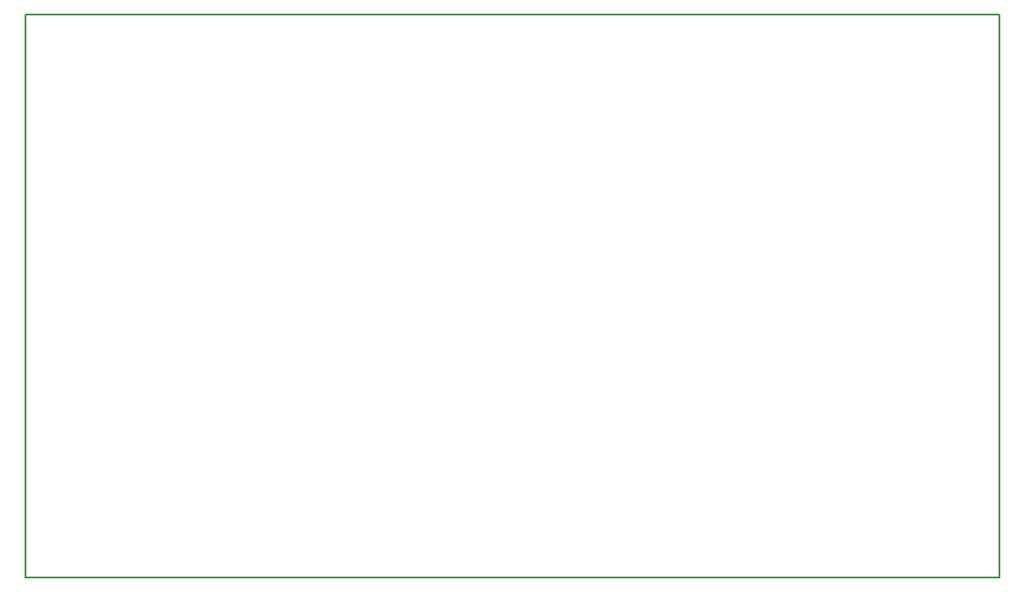
<source format=gbr>
G04 #@! TF.FileFunction,Profile,NP*
%FSLAX46Y46*%
G04 Gerber Fmt 4.6, Leading zero omitted, Abs format (unit mm)*
G04 Created by KiCad (PCBNEW 4.0.6+dfsg1-1) date Sun Dec 10 15:34:36 2017*
%MOMM*%
%LPD*%
G01*
G04 APERTURE LIST*
%ADD10C,1.000000*%
%ADD11C,0.150000*%
G04 APERTURE END LIST*
D10*
D11*
X154940000Y-46609000D02*
X70358000Y-46609000D01*
X64262000Y-46609000D02*
X70358000Y-46609000D01*
X64262000Y-99060000D02*
X64262000Y-46609000D01*
X65913000Y-99060000D02*
X64262000Y-99060000D01*
X70612000Y-99060000D02*
X65913000Y-99060000D01*
X154940000Y-97028000D02*
X154940000Y-99060000D01*
X154940000Y-56896000D02*
X154940000Y-46609000D01*
X154940000Y-97028000D02*
X154940000Y-56896000D01*
X70612000Y-99060000D02*
X154940000Y-99060000D01*
M02*

</source>
